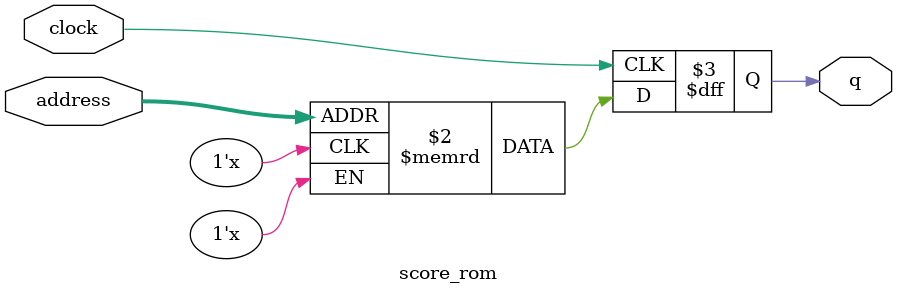
<source format=sv>
module score_rom(
	input logic clock,
	input logic [17:0] address,
	output logic [0:0] q
);

logic [0:0] memory [0:196607] /* synthesis ram_init_file = "./Scores/output.mif" */;

always_ff @ (posedge clock) begin
	q <= memory[address];
end

endmodule

</source>
